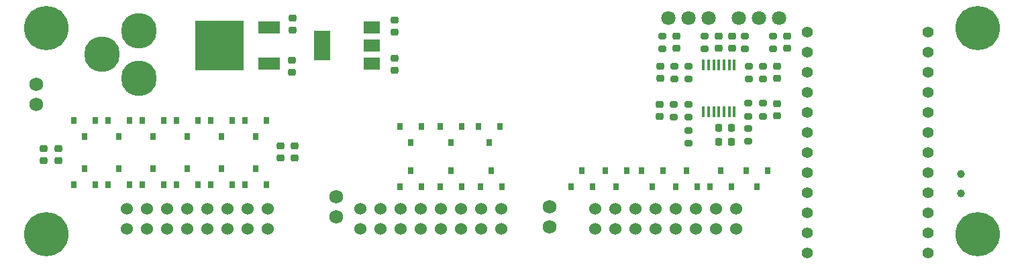
<source format=gbr>
%TF.GenerationSoftware,KiCad,Pcbnew,(6.0.10)*%
%TF.CreationDate,2023-01-12T16:12:03-05:00*%
%TF.ProjectId,power_mini_evolver,706f7765-725f-46d6-996e-695f65766f6c,rev?*%
%TF.SameCoordinates,Original*%
%TF.FileFunction,Soldermask,Top*%
%TF.FilePolarity,Negative*%
%FSLAX46Y46*%
G04 Gerber Fmt 4.6, Leading zero omitted, Abs format (unit mm)*
G04 Created by KiCad (PCBNEW (6.0.10)) date 2023-01-12 16:12:03*
%MOMM*%
%LPD*%
G01*
G04 APERTURE LIST*
G04 Aperture macros list*
%AMRoundRect*
0 Rectangle with rounded corners*
0 $1 Rounding radius*
0 $2 $3 $4 $5 $6 $7 $8 $9 X,Y pos of 4 corners*
0 Add a 4 corners polygon primitive as box body*
4,1,4,$2,$3,$4,$5,$6,$7,$8,$9,$2,$3,0*
0 Add four circle primitives for the rounded corners*
1,1,$1+$1,$2,$3*
1,1,$1+$1,$4,$5*
1,1,$1+$1,$6,$7*
1,1,$1+$1,$8,$9*
0 Add four rect primitives between the rounded corners*
20,1,$1+$1,$2,$3,$4,$5,0*
20,1,$1+$1,$4,$5,$6,$7,0*
20,1,$1+$1,$6,$7,$8,$9,0*
20,1,$1+$1,$8,$9,$2,$3,0*%
G04 Aperture macros list end*
%ADD10R,0.800000X0.900000*%
%ADD11C,4.500000*%
%ADD12C,1.000000*%
%ADD13RoundRect,0.225000X-0.250000X0.225000X-0.250000X-0.225000X0.250000X-0.225000X0.250000X0.225000X0*%
%ADD14RoundRect,0.225000X0.225000X0.250000X-0.225000X0.250000X-0.225000X-0.250000X0.225000X-0.250000X0*%
%ADD15C,1.800000*%
%ADD16RoundRect,0.200000X-0.275000X0.200000X-0.275000X-0.200000X0.275000X-0.200000X0.275000X0.200000X0*%
%ADD17RoundRect,0.200000X0.275000X-0.200000X0.275000X0.200000X-0.275000X0.200000X-0.275000X-0.200000X0*%
%ADD18C,5.600000*%
%ADD19C,1.750000*%
%ADD20R,2.800000X1.500000*%
%ADD21R,6.100000X6.300000*%
%ADD22C,1.397000*%
%ADD23R,2.000000X1.500000*%
%ADD24R,2.000000X3.800000*%
%ADD25RoundRect,0.225000X0.250000X-0.225000X0.250000X0.225000X-0.250000X0.225000X-0.250000X-0.225000X0*%
%ADD26RoundRect,0.225000X-0.225000X-0.250000X0.225000X-0.250000X0.225000X0.250000X-0.225000X0.250000X0*%
%ADD27R,0.450000X1.450000*%
%ADD28C,1.524000*%
G04 APERTURE END LIST*
D10*
%TO.C,D10*%
X110998000Y-100346000D03*
X112348000Y-102346000D03*
X109648000Y-102346000D03*
%TD*%
%TO.C,D9*%
X134874000Y-100600000D03*
X136224000Y-102600000D03*
X133524000Y-102600000D03*
%TD*%
%TO.C,D8*%
X169672000Y-100600000D03*
X171022000Y-102600000D03*
X168322000Y-102600000D03*
%TD*%
%TO.C,D7*%
X106680000Y-100346000D03*
X108030000Y-102346000D03*
X105330000Y-102346000D03*
%TD*%
%TO.C,D6*%
X139954000Y-100600000D03*
X141304000Y-102600000D03*
X138604000Y-102600000D03*
%TD*%
%TO.C,D4*%
X173990000Y-100600000D03*
X175340000Y-102600000D03*
X172640000Y-102600000D03*
%TD*%
%TO.C,D3*%
X98044000Y-100346000D03*
X99394000Y-102346000D03*
X96694000Y-102346000D03*
%TD*%
%TO.C,D2*%
X93726000Y-100346000D03*
X95076000Y-102346000D03*
X92376000Y-102346000D03*
%TD*%
%TO.C,D1*%
X145034000Y-100600000D03*
X146384000Y-102600000D03*
X143684000Y-102600000D03*
%TD*%
D11*
%TO.C,CON1*%
X100584000Y-88852000D03*
X100584000Y-82852000D03*
X95884000Y-85852000D03*
%TD*%
D12*
%TO.C,C15*%
X204292200Y-103459600D03*
X204292200Y-100959600D03*
%TD*%
D13*
%TO.C,C14*%
X119913400Y-81267000D03*
X119913400Y-82817000D03*
%TD*%
%TO.C,C7*%
X166370000Y-87363000D03*
X166370000Y-88913000D03*
%TD*%
%TO.C,C6*%
X181102000Y-87363000D03*
X181102000Y-88913000D03*
%TD*%
%TO.C,C5*%
X118414800Y-97396000D03*
X118414800Y-98946000D03*
%TD*%
%TO.C,C3*%
X181102000Y-92062000D03*
X181102000Y-93612000D03*
%TD*%
D14*
%TO.C,C1*%
X175273000Y-96901000D03*
X173723000Y-96901000D03*
%TD*%
D10*
%TO.C,Q4*%
X179912000Y-100600000D03*
X177212000Y-100600000D03*
X178562000Y-102600000D03*
%TD*%
D15*
%TO.C,JP1*%
X181356000Y-81280000D03*
X178816000Y-81280000D03*
X176276000Y-81280000D03*
%TD*%
D10*
%TO.C,D12*%
X115316000Y-100346000D03*
X116666000Y-102346000D03*
X113966000Y-102346000D03*
%TD*%
%TO.C,Q3*%
X99394000Y-94250000D03*
X96694000Y-94250000D03*
X98044000Y-96250000D03*
%TD*%
%TO.C,Q2*%
X95076000Y-94250000D03*
X92376000Y-94250000D03*
X93726000Y-96250000D03*
%TD*%
%TO.C,Q1*%
X146130000Y-95012000D03*
X143430000Y-95012000D03*
X144780000Y-97012000D03*
%TD*%
%TO.C,D11*%
X156464000Y-100600000D03*
X157814000Y-102600000D03*
X155114000Y-102600000D03*
%TD*%
%TO.C,Q6*%
X141304000Y-95012000D03*
X138604000Y-95012000D03*
X139954000Y-97012000D03*
%TD*%
%TO.C,Q5*%
X103712000Y-94250000D03*
X101012000Y-94250000D03*
X102362000Y-96250000D03*
%TD*%
D16*
%TO.C,R13*%
X179324000Y-87313000D03*
X179324000Y-88963000D03*
%TD*%
%TO.C,R10*%
X179324000Y-92012000D03*
X179324000Y-93662000D03*
%TD*%
%TO.C,R9*%
X168046400Y-92139000D03*
X168046400Y-93789000D03*
%TD*%
D17*
%TO.C,R6*%
X166624000Y-85153000D03*
X166624000Y-83503000D03*
%TD*%
%TO.C,R5*%
X177038000Y-85153000D03*
X177038000Y-83503000D03*
%TD*%
D16*
%TO.C,R4*%
X171958000Y-83503000D03*
X171958000Y-85153000D03*
%TD*%
%TO.C,R2*%
X177419000Y-95187000D03*
X177419000Y-96837000D03*
%TD*%
%TO.C,R1*%
X169926000Y-95441000D03*
X169926000Y-97091000D03*
%TD*%
D10*
%TO.C,Q12*%
X116666000Y-94250000D03*
X113966000Y-94250000D03*
X115316000Y-96250000D03*
%TD*%
%TO.C,Q9*%
X136224000Y-95012000D03*
X133524000Y-95012000D03*
X134874000Y-97012000D03*
%TD*%
%TO.C,Q7*%
X108030000Y-94250000D03*
X105330000Y-94250000D03*
X106680000Y-96250000D03*
%TD*%
D18*
%TO.C,H1*%
X88900000Y-108585000D03*
%TD*%
%TO.C,H2*%
X88900000Y-82550000D03*
%TD*%
%TO.C,H4*%
X206375000Y-108585000D03*
%TD*%
D19*
%TO.C,P6*%
X152400000Y-105156000D03*
X152400000Y-107696000D03*
%TD*%
D18*
%TO.C,H3*%
X206375000Y-82550000D03*
%TD*%
D20*
%TO.C,U4*%
X116994000Y-86969600D03*
X116994000Y-82397600D03*
D21*
X110744000Y-84683600D03*
%TD*%
D22*
%TO.C,P1*%
X200152000Y-110998000D03*
X184912000Y-110998000D03*
X200152000Y-108458000D03*
X184912000Y-108458000D03*
X200152000Y-105918000D03*
X184912000Y-105918000D03*
X200152000Y-103378000D03*
X184912000Y-103378000D03*
X200152000Y-100838000D03*
X184912000Y-100838000D03*
X200152000Y-98298000D03*
X184912000Y-98298000D03*
X200152000Y-95758000D03*
X184912000Y-95758000D03*
X200152000Y-93218000D03*
X184912000Y-93218000D03*
X200152000Y-90678000D03*
X184912000Y-90678000D03*
X200152000Y-88138000D03*
X184912000Y-88138000D03*
X200152000Y-85598000D03*
X184912000Y-85598000D03*
X200152000Y-83058000D03*
X184912000Y-83058000D03*
%TD*%
D23*
%TO.C,U3*%
X129964600Y-87009000D03*
X129964600Y-84709000D03*
D24*
X123664600Y-84709000D03*
D23*
X129964600Y-82409000D03*
%TD*%
D13*
%TO.C,C13*%
X132842000Y-81521000D03*
X132842000Y-83071000D03*
%TD*%
D25*
%TO.C,C11*%
X132842000Y-87897000D03*
X132842000Y-86347000D03*
%TD*%
%TO.C,C10*%
X119888000Y-88151000D03*
X119888000Y-86601000D03*
%TD*%
D17*
%TO.C,R7*%
X169926000Y-93789000D03*
X169926000Y-92139000D03*
%TD*%
D16*
%TO.C,R3*%
X180594000Y-83503000D03*
X180594000Y-85153000D03*
%TD*%
D13*
%TO.C,C8*%
X120150468Y-97396000D03*
X120150468Y-98946000D03*
%TD*%
D26*
%TO.C,C2*%
X173723000Y-95123000D03*
X175273000Y-95123000D03*
%TD*%
D13*
%TO.C,C4*%
X166268400Y-92189000D03*
X166268400Y-93739000D03*
%TD*%
D16*
%TO.C,R14*%
X168148000Y-87313000D03*
X168148000Y-88963000D03*
%TD*%
%TO.C,R11*%
X169926000Y-87313000D03*
X169926000Y-88963000D03*
%TD*%
%TO.C,R12*%
X177546000Y-87313000D03*
X177546000Y-88963000D03*
%TD*%
D25*
%TO.C,C16*%
X182372000Y-85103000D03*
X182372000Y-83553000D03*
%TD*%
%TO.C,C18*%
X175387000Y-85103000D03*
X175387000Y-83553000D03*
%TD*%
D10*
%TO.C,D5*%
X102362000Y-100346000D03*
X103712000Y-102346000D03*
X101012000Y-102346000D03*
%TD*%
%TO.C,Q11*%
X162132000Y-100600000D03*
X159432000Y-100600000D03*
X160782000Y-102600000D03*
%TD*%
%TO.C,Q8*%
X166704000Y-100600000D03*
X164004000Y-100600000D03*
X165354000Y-102600000D03*
%TD*%
D19*
%TO.C,P5*%
X125476000Y-103886000D03*
X125476000Y-106426000D03*
%TD*%
D15*
%TO.C,JP2*%
X172466000Y-81280000D03*
X169926000Y-81280000D03*
X167386000Y-81280000D03*
%TD*%
D25*
%TO.C,C19*%
X168402000Y-85103000D03*
X168402000Y-83553000D03*
%TD*%
D10*
%TO.C,Q10*%
X112348000Y-94250000D03*
X109648000Y-94250000D03*
X110998000Y-96250000D03*
%TD*%
D13*
%TO.C,C9*%
X88493600Y-97777000D03*
X88493600Y-99327000D03*
%TD*%
%TO.C,C12*%
X90424000Y-97777000D03*
X90424000Y-99327000D03*
%TD*%
D25*
%TO.C,C17*%
X173736000Y-85103000D03*
X173736000Y-83553000D03*
%TD*%
D19*
%TO.C,P7*%
X87579200Y-89611200D03*
X87579200Y-92151200D03*
%TD*%
D27*
%TO.C,U1*%
X171786000Y-93120000D03*
X172436000Y-93120000D03*
X173086000Y-93120000D03*
X173736000Y-93120000D03*
X174386000Y-93120000D03*
X175036000Y-93120000D03*
X175686000Y-93120000D03*
X175686000Y-87220000D03*
X175036000Y-87220000D03*
X174386000Y-87220000D03*
X173736000Y-87220000D03*
X173086000Y-87220000D03*
X172436000Y-87220000D03*
X171786000Y-87220000D03*
%TD*%
D17*
%TO.C,R8*%
X177444400Y-93662000D03*
X177444400Y-92012000D03*
%TD*%
D28*
%TO.C,P2*%
X146304000Y-107950000D03*
X146304000Y-105410000D03*
X143764000Y-107950000D03*
X143764000Y-105410000D03*
X141224000Y-107950000D03*
X141224000Y-105410000D03*
X138684000Y-107950000D03*
X138684000Y-105410000D03*
X136144000Y-107950000D03*
X136144000Y-105410000D03*
X133604000Y-107950000D03*
X133604000Y-105410000D03*
X131064000Y-107950000D03*
X131064000Y-105410000D03*
X128524000Y-107950000D03*
X128524000Y-105410000D03*
%TD*%
%TO.C,P3*%
X175895000Y-107950000D03*
X175895000Y-105410000D03*
X173355000Y-107950000D03*
X173355000Y-105410000D03*
X170815000Y-107950000D03*
X170815000Y-105410000D03*
X168275000Y-107950000D03*
X168275000Y-105410000D03*
X165735000Y-107950000D03*
X165735000Y-105410000D03*
X163195000Y-107950000D03*
X163195000Y-105410000D03*
X160655000Y-107950000D03*
X160655000Y-105410000D03*
X158115000Y-107950000D03*
X158115000Y-105410000D03*
%TD*%
%TO.C,P4*%
X116840000Y-107950000D03*
X116840000Y-105410000D03*
X114300000Y-107950000D03*
X114300000Y-105410000D03*
X111760000Y-107950000D03*
X111760000Y-105410000D03*
X109220000Y-107950000D03*
X109220000Y-105410000D03*
X106680000Y-107950000D03*
X106680000Y-105410000D03*
X104140000Y-107950000D03*
X104140000Y-105410000D03*
X101600000Y-107950000D03*
X101600000Y-105410000D03*
X99060000Y-107950000D03*
X99060000Y-105410000D03*
%TD*%
M02*

</source>
